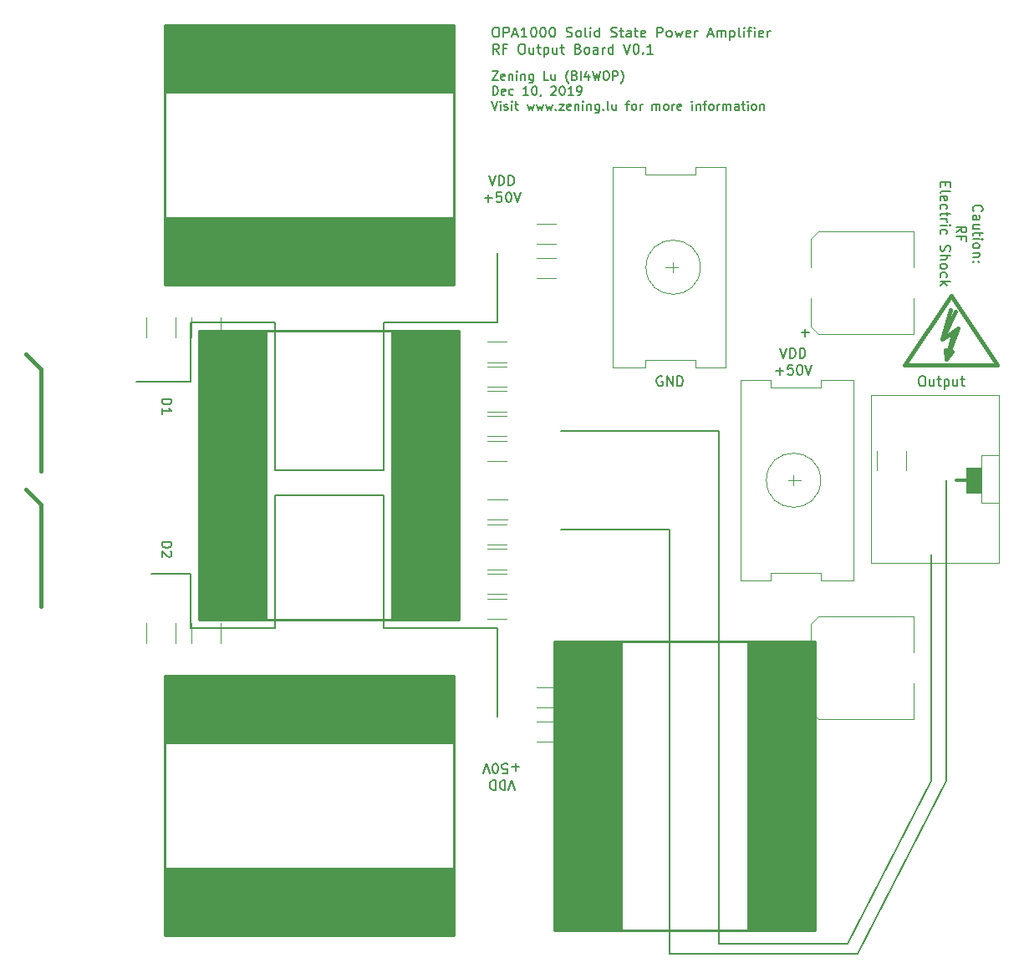
<source format=gbr>
%TF.GenerationSoftware,KiCad,Pcbnew,(5.1.4)-1*%
%TF.CreationDate,2019-12-10T14:49:21+08:00*%
%TF.ProjectId,RF_output,52465f6f-7574-4707-9574-2e6b69636164,rev?*%
%TF.SameCoordinates,Original*%
%TF.FileFunction,Legend,Top*%
%TF.FilePolarity,Positive*%
%FSLAX46Y46*%
G04 Gerber Fmt 4.6, Leading zero omitted, Abs format (unit mm)*
G04 Created by KiCad (PCBNEW (5.1.4)-1) date 2019-12-10 14:49:21*
%MOMM*%
%LPD*%
G04 APERTURE LIST*
%ADD10C,0.200000*%
%ADD11C,0.150000*%
%ADD12C,0.180000*%
%ADD13C,0.381000*%
%ADD14C,0.100000*%
%ADD15C,0.250000*%
%ADD16C,0.120000*%
%ADD17C,0.300000*%
G04 APERTURE END LIST*
D10*
X141976190Y-89452380D02*
X142166666Y-89452380D01*
X142261904Y-89500000D01*
X142357142Y-89595238D01*
X142404761Y-89785714D01*
X142404761Y-90119047D01*
X142357142Y-90309523D01*
X142261904Y-90404761D01*
X142166666Y-90452380D01*
X141976190Y-90452380D01*
X141880952Y-90404761D01*
X141785714Y-90309523D01*
X141738095Y-90119047D01*
X141738095Y-89785714D01*
X141785714Y-89595238D01*
X141880952Y-89500000D01*
X141976190Y-89452380D01*
X143261904Y-89785714D02*
X143261904Y-90452380D01*
X142833333Y-89785714D02*
X142833333Y-90309523D01*
X142880952Y-90404761D01*
X142976190Y-90452380D01*
X143119047Y-90452380D01*
X143214285Y-90404761D01*
X143261904Y-90357142D01*
X143595238Y-89785714D02*
X143976190Y-89785714D01*
X143738095Y-89452380D02*
X143738095Y-90309523D01*
X143785714Y-90404761D01*
X143880952Y-90452380D01*
X143976190Y-90452380D01*
X144309523Y-89785714D02*
X144309523Y-90785714D01*
X144309523Y-89833333D02*
X144404761Y-89785714D01*
X144595238Y-89785714D01*
X144690476Y-89833333D01*
X144738095Y-89880952D01*
X144785714Y-89976190D01*
X144785714Y-90261904D01*
X144738095Y-90357142D01*
X144690476Y-90404761D01*
X144595238Y-90452380D01*
X144404761Y-90452380D01*
X144309523Y-90404761D01*
X145642857Y-89785714D02*
X145642857Y-90452380D01*
X145214285Y-89785714D02*
X145214285Y-90309523D01*
X145261904Y-90404761D01*
X145357142Y-90452380D01*
X145500000Y-90452380D01*
X145595238Y-90404761D01*
X145642857Y-90357142D01*
X145976190Y-89785714D02*
X146357142Y-89785714D01*
X146119047Y-89452380D02*
X146119047Y-90309523D01*
X146166666Y-90404761D01*
X146261904Y-90452380D01*
X146357142Y-90452380D01*
D11*
X147292857Y-72738095D02*
X147245238Y-72690476D01*
X147197619Y-72547619D01*
X147197619Y-72452380D01*
X147245238Y-72309523D01*
X147340476Y-72214285D01*
X147435714Y-72166666D01*
X147626190Y-72119047D01*
X147769047Y-72119047D01*
X147959523Y-72166666D01*
X148054761Y-72214285D01*
X148150000Y-72309523D01*
X148197619Y-72452380D01*
X148197619Y-72547619D01*
X148150000Y-72690476D01*
X148102380Y-72738095D01*
X147197619Y-73595238D02*
X147721428Y-73595238D01*
X147816666Y-73547619D01*
X147864285Y-73452380D01*
X147864285Y-73261904D01*
X147816666Y-73166666D01*
X147245238Y-73595238D02*
X147197619Y-73500000D01*
X147197619Y-73261904D01*
X147245238Y-73166666D01*
X147340476Y-73119047D01*
X147435714Y-73119047D01*
X147530952Y-73166666D01*
X147578571Y-73261904D01*
X147578571Y-73500000D01*
X147626190Y-73595238D01*
X147864285Y-74500000D02*
X147197619Y-74500000D01*
X147864285Y-74071428D02*
X147340476Y-74071428D01*
X147245238Y-74119047D01*
X147197619Y-74214285D01*
X147197619Y-74357142D01*
X147245238Y-74452380D01*
X147292857Y-74500000D01*
X147864285Y-74833333D02*
X147864285Y-75214285D01*
X148197619Y-74976190D02*
X147340476Y-74976190D01*
X147245238Y-75023809D01*
X147197619Y-75119047D01*
X147197619Y-75214285D01*
X147197619Y-75547619D02*
X147864285Y-75547619D01*
X148197619Y-75547619D02*
X148150000Y-75500000D01*
X148102380Y-75547619D01*
X148150000Y-75595238D01*
X148197619Y-75547619D01*
X148102380Y-75547619D01*
X147197619Y-76166666D02*
X147245238Y-76071428D01*
X147292857Y-76023809D01*
X147388095Y-75976190D01*
X147673809Y-75976190D01*
X147769047Y-76023809D01*
X147816666Y-76071428D01*
X147864285Y-76166666D01*
X147864285Y-76309523D01*
X147816666Y-76404761D01*
X147769047Y-76452380D01*
X147673809Y-76500000D01*
X147388095Y-76500000D01*
X147292857Y-76452380D01*
X147245238Y-76404761D01*
X147197619Y-76309523D01*
X147197619Y-76166666D01*
X147864285Y-76928571D02*
X147197619Y-76928571D01*
X147769047Y-76928571D02*
X147816666Y-76976190D01*
X147864285Y-77071428D01*
X147864285Y-77214285D01*
X147816666Y-77309523D01*
X147721428Y-77357142D01*
X147197619Y-77357142D01*
X147292857Y-77833333D02*
X147245238Y-77880952D01*
X147197619Y-77833333D01*
X147245238Y-77785714D01*
X147292857Y-77833333D01*
X147197619Y-77833333D01*
X147816666Y-77833333D02*
X147769047Y-77880952D01*
X147721428Y-77833333D01*
X147769047Y-77785714D01*
X147816666Y-77833333D01*
X147721428Y-77833333D01*
X145547619Y-74880952D02*
X146023809Y-74547619D01*
X145547619Y-74309523D02*
X146547619Y-74309523D01*
X146547619Y-74690476D01*
X146500000Y-74785714D01*
X146452380Y-74833333D01*
X146357142Y-74880952D01*
X146214285Y-74880952D01*
X146119047Y-74833333D01*
X146071428Y-74785714D01*
X146023809Y-74690476D01*
X146023809Y-74309523D01*
X146071428Y-75642857D02*
X146071428Y-75309523D01*
X145547619Y-75309523D02*
X146547619Y-75309523D01*
X146547619Y-75785714D01*
X144421428Y-69809523D02*
X144421428Y-70142857D01*
X143897619Y-70285714D02*
X143897619Y-69809523D01*
X144897619Y-69809523D01*
X144897619Y-70285714D01*
X143897619Y-70857142D02*
X143945238Y-70761904D01*
X144040476Y-70714285D01*
X144897619Y-70714285D01*
X143945238Y-71619047D02*
X143897619Y-71523809D01*
X143897619Y-71333333D01*
X143945238Y-71238095D01*
X144040476Y-71190476D01*
X144421428Y-71190476D01*
X144516666Y-71238095D01*
X144564285Y-71333333D01*
X144564285Y-71523809D01*
X144516666Y-71619047D01*
X144421428Y-71666666D01*
X144326190Y-71666666D01*
X144230952Y-71190476D01*
X143945238Y-72523809D02*
X143897619Y-72428571D01*
X143897619Y-72238095D01*
X143945238Y-72142857D01*
X143992857Y-72095238D01*
X144088095Y-72047619D01*
X144373809Y-72047619D01*
X144469047Y-72095238D01*
X144516666Y-72142857D01*
X144564285Y-72238095D01*
X144564285Y-72428571D01*
X144516666Y-72523809D01*
X144564285Y-72809523D02*
X144564285Y-73190476D01*
X144897619Y-72952380D02*
X144040476Y-72952380D01*
X143945238Y-73000000D01*
X143897619Y-73095238D01*
X143897619Y-73190476D01*
X143897619Y-73523809D02*
X144564285Y-73523809D01*
X144373809Y-73523809D02*
X144469047Y-73571428D01*
X144516666Y-73619047D01*
X144564285Y-73714285D01*
X144564285Y-73809523D01*
X143897619Y-74142857D02*
X144564285Y-74142857D01*
X144897619Y-74142857D02*
X144850000Y-74095238D01*
X144802380Y-74142857D01*
X144850000Y-74190476D01*
X144897619Y-74142857D01*
X144802380Y-74142857D01*
X143945238Y-75047619D02*
X143897619Y-74952380D01*
X143897619Y-74761904D01*
X143945238Y-74666666D01*
X143992857Y-74619047D01*
X144088095Y-74571428D01*
X144373809Y-74571428D01*
X144469047Y-74619047D01*
X144516666Y-74666666D01*
X144564285Y-74761904D01*
X144564285Y-74952380D01*
X144516666Y-75047619D01*
X143945238Y-76190476D02*
X143897619Y-76333333D01*
X143897619Y-76571428D01*
X143945238Y-76666666D01*
X143992857Y-76714285D01*
X144088095Y-76761904D01*
X144183333Y-76761904D01*
X144278571Y-76714285D01*
X144326190Y-76666666D01*
X144373809Y-76571428D01*
X144421428Y-76380952D01*
X144469047Y-76285714D01*
X144516666Y-76238095D01*
X144611904Y-76190476D01*
X144707142Y-76190476D01*
X144802380Y-76238095D01*
X144850000Y-76285714D01*
X144897619Y-76380952D01*
X144897619Y-76619047D01*
X144850000Y-76761904D01*
X143897619Y-77190476D02*
X144897619Y-77190476D01*
X143897619Y-77619047D02*
X144421428Y-77619047D01*
X144516666Y-77571428D01*
X144564285Y-77476190D01*
X144564285Y-77333333D01*
X144516666Y-77238095D01*
X144469047Y-77190476D01*
X143897619Y-78238095D02*
X143945238Y-78142857D01*
X143992857Y-78095238D01*
X144088095Y-78047619D01*
X144373809Y-78047619D01*
X144469047Y-78095238D01*
X144516666Y-78142857D01*
X144564285Y-78238095D01*
X144564285Y-78380952D01*
X144516666Y-78476190D01*
X144469047Y-78523809D01*
X144373809Y-78571428D01*
X144088095Y-78571428D01*
X143992857Y-78523809D01*
X143945238Y-78476190D01*
X143897619Y-78380952D01*
X143897619Y-78238095D01*
X143945238Y-79428571D02*
X143897619Y-79333333D01*
X143897619Y-79142857D01*
X143945238Y-79047619D01*
X143992857Y-79000000D01*
X144088095Y-78952380D01*
X144373809Y-78952380D01*
X144469047Y-79000000D01*
X144516666Y-79047619D01*
X144564285Y-79142857D01*
X144564285Y-79333333D01*
X144516666Y-79428571D01*
X143897619Y-79857142D02*
X144897619Y-79857142D01*
X144278571Y-79952380D02*
X143897619Y-80238095D01*
X144564285Y-80238095D02*
X144183333Y-79857142D01*
D10*
X115738095Y-89500000D02*
X115642857Y-89452380D01*
X115500000Y-89452380D01*
X115357142Y-89500000D01*
X115261904Y-89595238D01*
X115214285Y-89690476D01*
X115166666Y-89880952D01*
X115166666Y-90023809D01*
X115214285Y-90214285D01*
X115261904Y-90309523D01*
X115357142Y-90404761D01*
X115500000Y-90452380D01*
X115595238Y-90452380D01*
X115738095Y-90404761D01*
X115785714Y-90357142D01*
X115785714Y-90023809D01*
X115595238Y-90023809D01*
X116214285Y-90452380D02*
X116214285Y-89452380D01*
X116785714Y-90452380D01*
X116785714Y-89452380D01*
X117261904Y-90452380D02*
X117261904Y-89452380D01*
X117500000Y-89452380D01*
X117642857Y-89500000D01*
X117738095Y-89595238D01*
X117785714Y-89690476D01*
X117833333Y-89880952D01*
X117833333Y-90023809D01*
X117785714Y-90214285D01*
X117738095Y-90309523D01*
X117642857Y-90404761D01*
X117500000Y-90452380D01*
X117261904Y-90452380D01*
X127666666Y-86602380D02*
X128000000Y-87602380D01*
X128333333Y-86602380D01*
X128666666Y-87602380D02*
X128666666Y-86602380D01*
X128904761Y-86602380D01*
X129047619Y-86650000D01*
X129142857Y-86745238D01*
X129190476Y-86840476D01*
X129238095Y-87030952D01*
X129238095Y-87173809D01*
X129190476Y-87364285D01*
X129142857Y-87459523D01*
X129047619Y-87554761D01*
X128904761Y-87602380D01*
X128666666Y-87602380D01*
X129666666Y-87602380D02*
X129666666Y-86602380D01*
X129904761Y-86602380D01*
X130047619Y-86650000D01*
X130142857Y-86745238D01*
X130190476Y-86840476D01*
X130238095Y-87030952D01*
X130238095Y-87173809D01*
X130190476Y-87364285D01*
X130142857Y-87459523D01*
X130047619Y-87554761D01*
X129904761Y-87602380D01*
X129666666Y-87602380D01*
X127238095Y-88921428D02*
X128000000Y-88921428D01*
X127619047Y-89302380D02*
X127619047Y-88540476D01*
X128952380Y-88302380D02*
X128476190Y-88302380D01*
X128428571Y-88778571D01*
X128476190Y-88730952D01*
X128571428Y-88683333D01*
X128809523Y-88683333D01*
X128904761Y-88730952D01*
X128952380Y-88778571D01*
X129000000Y-88873809D01*
X129000000Y-89111904D01*
X128952380Y-89207142D01*
X128904761Y-89254761D01*
X128809523Y-89302380D01*
X128571428Y-89302380D01*
X128476190Y-89254761D01*
X128428571Y-89207142D01*
X129619047Y-88302380D02*
X129714285Y-88302380D01*
X129809523Y-88350000D01*
X129857142Y-88397619D01*
X129904761Y-88492857D01*
X129952380Y-88683333D01*
X129952380Y-88921428D01*
X129904761Y-89111904D01*
X129857142Y-89207142D01*
X129809523Y-89254761D01*
X129714285Y-89302380D01*
X129619047Y-89302380D01*
X129523809Y-89254761D01*
X129476190Y-89207142D01*
X129428571Y-89111904D01*
X129380952Y-88921428D01*
X129380952Y-88683333D01*
X129428571Y-88492857D01*
X129476190Y-88397619D01*
X129523809Y-88350000D01*
X129619047Y-88302380D01*
X130238095Y-88302380D02*
X130571428Y-89302380D01*
X130904761Y-88302380D01*
D12*
X98489571Y-58527142D02*
X99089571Y-58527142D01*
X98489571Y-59427142D01*
X99089571Y-59427142D01*
X99775285Y-59384285D02*
X99689571Y-59427142D01*
X99518142Y-59427142D01*
X99432428Y-59384285D01*
X99389571Y-59298571D01*
X99389571Y-58955714D01*
X99432428Y-58870000D01*
X99518142Y-58827142D01*
X99689571Y-58827142D01*
X99775285Y-58870000D01*
X99818142Y-58955714D01*
X99818142Y-59041428D01*
X99389571Y-59127142D01*
X100203857Y-58827142D02*
X100203857Y-59427142D01*
X100203857Y-58912857D02*
X100246714Y-58870000D01*
X100332428Y-58827142D01*
X100461000Y-58827142D01*
X100546714Y-58870000D01*
X100589571Y-58955714D01*
X100589571Y-59427142D01*
X101018142Y-59427142D02*
X101018142Y-58827142D01*
X101018142Y-58527142D02*
X100975285Y-58570000D01*
X101018142Y-58612857D01*
X101061000Y-58570000D01*
X101018142Y-58527142D01*
X101018142Y-58612857D01*
X101446714Y-58827142D02*
X101446714Y-59427142D01*
X101446714Y-58912857D02*
X101489571Y-58870000D01*
X101575285Y-58827142D01*
X101703857Y-58827142D01*
X101789571Y-58870000D01*
X101832428Y-58955714D01*
X101832428Y-59427142D01*
X102646714Y-58827142D02*
X102646714Y-59555714D01*
X102603857Y-59641428D01*
X102561000Y-59684285D01*
X102475285Y-59727142D01*
X102346714Y-59727142D01*
X102261000Y-59684285D01*
X102646714Y-59384285D02*
X102561000Y-59427142D01*
X102389571Y-59427142D01*
X102303857Y-59384285D01*
X102261000Y-59341428D01*
X102218142Y-59255714D01*
X102218142Y-58998571D01*
X102261000Y-58912857D01*
X102303857Y-58870000D01*
X102389571Y-58827142D01*
X102561000Y-58827142D01*
X102646714Y-58870000D01*
X104189571Y-59427142D02*
X103761000Y-59427142D01*
X103761000Y-58527142D01*
X104875285Y-58827142D02*
X104875285Y-59427142D01*
X104489571Y-58827142D02*
X104489571Y-59298571D01*
X104532428Y-59384285D01*
X104618142Y-59427142D01*
X104746714Y-59427142D01*
X104832428Y-59384285D01*
X104875285Y-59341428D01*
X106246714Y-59770000D02*
X106203857Y-59727142D01*
X106118142Y-59598571D01*
X106075285Y-59512857D01*
X106032428Y-59384285D01*
X105989571Y-59170000D01*
X105989571Y-58998571D01*
X106032428Y-58784285D01*
X106075285Y-58655714D01*
X106118142Y-58570000D01*
X106203857Y-58441428D01*
X106246714Y-58398571D01*
X106889571Y-58955714D02*
X107018142Y-58998571D01*
X107061000Y-59041428D01*
X107103857Y-59127142D01*
X107103857Y-59255714D01*
X107061000Y-59341428D01*
X107018142Y-59384285D01*
X106932428Y-59427142D01*
X106589571Y-59427142D01*
X106589571Y-58527142D01*
X106889571Y-58527142D01*
X106975285Y-58570000D01*
X107018142Y-58612857D01*
X107061000Y-58698571D01*
X107061000Y-58784285D01*
X107018142Y-58870000D01*
X106975285Y-58912857D01*
X106889571Y-58955714D01*
X106589571Y-58955714D01*
X107489571Y-59427142D02*
X107489571Y-58527142D01*
X108303857Y-58827142D02*
X108303857Y-59427142D01*
X108089571Y-58484285D02*
X107875285Y-59127142D01*
X108432428Y-59127142D01*
X108689571Y-58527142D02*
X108903857Y-59427142D01*
X109075285Y-58784285D01*
X109246714Y-59427142D01*
X109461000Y-58527142D01*
X109975285Y-58527142D02*
X110146714Y-58527142D01*
X110232428Y-58570000D01*
X110318142Y-58655714D01*
X110361000Y-58827142D01*
X110361000Y-59127142D01*
X110318142Y-59298571D01*
X110232428Y-59384285D01*
X110146714Y-59427142D01*
X109975285Y-59427142D01*
X109889571Y-59384285D01*
X109803857Y-59298571D01*
X109761000Y-59127142D01*
X109761000Y-58827142D01*
X109803857Y-58655714D01*
X109889571Y-58570000D01*
X109975285Y-58527142D01*
X110746714Y-59427142D02*
X110746714Y-58527142D01*
X111089571Y-58527142D01*
X111175285Y-58570000D01*
X111218142Y-58612857D01*
X111261000Y-58698571D01*
X111261000Y-58827142D01*
X111218142Y-58912857D01*
X111175285Y-58955714D01*
X111089571Y-58998571D01*
X110746714Y-58998571D01*
X111561000Y-59770000D02*
X111603857Y-59727142D01*
X111689571Y-59598571D01*
X111732428Y-59512857D01*
X111775285Y-59384285D01*
X111818142Y-59170000D01*
X111818142Y-58998571D01*
X111775285Y-58784285D01*
X111732428Y-58655714D01*
X111689571Y-58570000D01*
X111603857Y-58441428D01*
X111561000Y-58398571D01*
X98575285Y-60957142D02*
X98575285Y-60057142D01*
X98789571Y-60057142D01*
X98918142Y-60100000D01*
X99003857Y-60185714D01*
X99046714Y-60271428D01*
X99089571Y-60442857D01*
X99089571Y-60571428D01*
X99046714Y-60742857D01*
X99003857Y-60828571D01*
X98918142Y-60914285D01*
X98789571Y-60957142D01*
X98575285Y-60957142D01*
X99818142Y-60914285D02*
X99732428Y-60957142D01*
X99561000Y-60957142D01*
X99475285Y-60914285D01*
X99432428Y-60828571D01*
X99432428Y-60485714D01*
X99475285Y-60400000D01*
X99561000Y-60357142D01*
X99732428Y-60357142D01*
X99818142Y-60400000D01*
X99861000Y-60485714D01*
X99861000Y-60571428D01*
X99432428Y-60657142D01*
X100632428Y-60914285D02*
X100546714Y-60957142D01*
X100375285Y-60957142D01*
X100289571Y-60914285D01*
X100246714Y-60871428D01*
X100203857Y-60785714D01*
X100203857Y-60528571D01*
X100246714Y-60442857D01*
X100289571Y-60400000D01*
X100375285Y-60357142D01*
X100546714Y-60357142D01*
X100632428Y-60400000D01*
X102175285Y-60957142D02*
X101661000Y-60957142D01*
X101918142Y-60957142D02*
X101918142Y-60057142D01*
X101832428Y-60185714D01*
X101746714Y-60271428D01*
X101661000Y-60314285D01*
X102732428Y-60057142D02*
X102818142Y-60057142D01*
X102903857Y-60100000D01*
X102946714Y-60142857D01*
X102989571Y-60228571D01*
X103032428Y-60400000D01*
X103032428Y-60614285D01*
X102989571Y-60785714D01*
X102946714Y-60871428D01*
X102903857Y-60914285D01*
X102818142Y-60957142D01*
X102732428Y-60957142D01*
X102646714Y-60914285D01*
X102603857Y-60871428D01*
X102561000Y-60785714D01*
X102518142Y-60614285D01*
X102518142Y-60400000D01*
X102561000Y-60228571D01*
X102603857Y-60142857D01*
X102646714Y-60100000D01*
X102732428Y-60057142D01*
X103461000Y-60914285D02*
X103461000Y-60957142D01*
X103418142Y-61042857D01*
X103375285Y-61085714D01*
X104489571Y-60142857D02*
X104532428Y-60100000D01*
X104618142Y-60057142D01*
X104832428Y-60057142D01*
X104918142Y-60100000D01*
X104961000Y-60142857D01*
X105003857Y-60228571D01*
X105003857Y-60314285D01*
X104961000Y-60442857D01*
X104446714Y-60957142D01*
X105003857Y-60957142D01*
X105561000Y-60057142D02*
X105646714Y-60057142D01*
X105732428Y-60100000D01*
X105775285Y-60142857D01*
X105818142Y-60228571D01*
X105861000Y-60400000D01*
X105861000Y-60614285D01*
X105818142Y-60785714D01*
X105775285Y-60871428D01*
X105732428Y-60914285D01*
X105646714Y-60957142D01*
X105561000Y-60957142D01*
X105475285Y-60914285D01*
X105432428Y-60871428D01*
X105389571Y-60785714D01*
X105346714Y-60614285D01*
X105346714Y-60400000D01*
X105389571Y-60228571D01*
X105432428Y-60142857D01*
X105475285Y-60100000D01*
X105561000Y-60057142D01*
X106718142Y-60957142D02*
X106203857Y-60957142D01*
X106461000Y-60957142D02*
X106461000Y-60057142D01*
X106375285Y-60185714D01*
X106289571Y-60271428D01*
X106203857Y-60314285D01*
X107146714Y-60957142D02*
X107318142Y-60957142D01*
X107403857Y-60914285D01*
X107446714Y-60871428D01*
X107532428Y-60742857D01*
X107575285Y-60571428D01*
X107575285Y-60228571D01*
X107532428Y-60142857D01*
X107489571Y-60100000D01*
X107403857Y-60057142D01*
X107232428Y-60057142D01*
X107146714Y-60100000D01*
X107103857Y-60142857D01*
X107061000Y-60228571D01*
X107061000Y-60442857D01*
X107103857Y-60528571D01*
X107146714Y-60571428D01*
X107232428Y-60614285D01*
X107403857Y-60614285D01*
X107489571Y-60571428D01*
X107532428Y-60528571D01*
X107575285Y-60442857D01*
X98446714Y-61587142D02*
X98746714Y-62487142D01*
X99046714Y-61587142D01*
X99346714Y-62487142D02*
X99346714Y-61887142D01*
X99346714Y-61587142D02*
X99303857Y-61630000D01*
X99346714Y-61672857D01*
X99389571Y-61630000D01*
X99346714Y-61587142D01*
X99346714Y-61672857D01*
X99732428Y-62444285D02*
X99818142Y-62487142D01*
X99989571Y-62487142D01*
X100075285Y-62444285D01*
X100118142Y-62358571D01*
X100118142Y-62315714D01*
X100075285Y-62230000D01*
X99989571Y-62187142D01*
X99861000Y-62187142D01*
X99775285Y-62144285D01*
X99732428Y-62058571D01*
X99732428Y-62015714D01*
X99775285Y-61930000D01*
X99861000Y-61887142D01*
X99989571Y-61887142D01*
X100075285Y-61930000D01*
X100503857Y-62487142D02*
X100503857Y-61887142D01*
X100503857Y-61587142D02*
X100461000Y-61630000D01*
X100503857Y-61672857D01*
X100546714Y-61630000D01*
X100503857Y-61587142D01*
X100503857Y-61672857D01*
X100803857Y-61887142D02*
X101146714Y-61887142D01*
X100932428Y-61587142D02*
X100932428Y-62358571D01*
X100975285Y-62444285D01*
X101061000Y-62487142D01*
X101146714Y-62487142D01*
X102046714Y-61887142D02*
X102218142Y-62487142D01*
X102389571Y-62058571D01*
X102561000Y-62487142D01*
X102732428Y-61887142D01*
X102989571Y-61887142D02*
X103161000Y-62487142D01*
X103332428Y-62058571D01*
X103503857Y-62487142D01*
X103675285Y-61887142D01*
X103932428Y-61887142D02*
X104103857Y-62487142D01*
X104275285Y-62058571D01*
X104446714Y-62487142D01*
X104618142Y-61887142D01*
X104961000Y-62401428D02*
X105003857Y-62444285D01*
X104961000Y-62487142D01*
X104918142Y-62444285D01*
X104961000Y-62401428D01*
X104961000Y-62487142D01*
X105303857Y-61887142D02*
X105775285Y-61887142D01*
X105303857Y-62487142D01*
X105775285Y-62487142D01*
X106461000Y-62444285D02*
X106375285Y-62487142D01*
X106203857Y-62487142D01*
X106118142Y-62444285D01*
X106075285Y-62358571D01*
X106075285Y-62015714D01*
X106118142Y-61930000D01*
X106203857Y-61887142D01*
X106375285Y-61887142D01*
X106461000Y-61930000D01*
X106503857Y-62015714D01*
X106503857Y-62101428D01*
X106075285Y-62187142D01*
X106889571Y-61887142D02*
X106889571Y-62487142D01*
X106889571Y-61972857D02*
X106932428Y-61930000D01*
X107018142Y-61887142D01*
X107146714Y-61887142D01*
X107232428Y-61930000D01*
X107275285Y-62015714D01*
X107275285Y-62487142D01*
X107703857Y-62487142D02*
X107703857Y-61887142D01*
X107703857Y-61587142D02*
X107661000Y-61630000D01*
X107703857Y-61672857D01*
X107746714Y-61630000D01*
X107703857Y-61587142D01*
X107703857Y-61672857D01*
X108132428Y-61887142D02*
X108132428Y-62487142D01*
X108132428Y-61972857D02*
X108175285Y-61930000D01*
X108261000Y-61887142D01*
X108389571Y-61887142D01*
X108475285Y-61930000D01*
X108518142Y-62015714D01*
X108518142Y-62487142D01*
X109332428Y-61887142D02*
X109332428Y-62615714D01*
X109289571Y-62701428D01*
X109246714Y-62744285D01*
X109161000Y-62787142D01*
X109032428Y-62787142D01*
X108946714Y-62744285D01*
X109332428Y-62444285D02*
X109246714Y-62487142D01*
X109075285Y-62487142D01*
X108989571Y-62444285D01*
X108946714Y-62401428D01*
X108903857Y-62315714D01*
X108903857Y-62058571D01*
X108946714Y-61972857D01*
X108989571Y-61930000D01*
X109075285Y-61887142D01*
X109246714Y-61887142D01*
X109332428Y-61930000D01*
X109761000Y-62401428D02*
X109803857Y-62444285D01*
X109761000Y-62487142D01*
X109718142Y-62444285D01*
X109761000Y-62401428D01*
X109761000Y-62487142D01*
X110318142Y-62487142D02*
X110232428Y-62444285D01*
X110189571Y-62358571D01*
X110189571Y-61587142D01*
X111046714Y-61887142D02*
X111046714Y-62487142D01*
X110661000Y-61887142D02*
X110661000Y-62358571D01*
X110703857Y-62444285D01*
X110789571Y-62487142D01*
X110918142Y-62487142D01*
X111003857Y-62444285D01*
X111046714Y-62401428D01*
X112032428Y-61887142D02*
X112375285Y-61887142D01*
X112161000Y-62487142D02*
X112161000Y-61715714D01*
X112203857Y-61630000D01*
X112289571Y-61587142D01*
X112375285Y-61587142D01*
X112803857Y-62487142D02*
X112718142Y-62444285D01*
X112675285Y-62401428D01*
X112632428Y-62315714D01*
X112632428Y-62058571D01*
X112675285Y-61972857D01*
X112718142Y-61930000D01*
X112803857Y-61887142D01*
X112932428Y-61887142D01*
X113018142Y-61930000D01*
X113061000Y-61972857D01*
X113103857Y-62058571D01*
X113103857Y-62315714D01*
X113061000Y-62401428D01*
X113018142Y-62444285D01*
X112932428Y-62487142D01*
X112803857Y-62487142D01*
X113489571Y-62487142D02*
X113489571Y-61887142D01*
X113489571Y-62058571D02*
X113532428Y-61972857D01*
X113575285Y-61930000D01*
X113661000Y-61887142D01*
X113746714Y-61887142D01*
X114732428Y-62487142D02*
X114732428Y-61887142D01*
X114732428Y-61972857D02*
X114775285Y-61930000D01*
X114861000Y-61887142D01*
X114989571Y-61887142D01*
X115075285Y-61930000D01*
X115118142Y-62015714D01*
X115118142Y-62487142D01*
X115118142Y-62015714D02*
X115161000Y-61930000D01*
X115246714Y-61887142D01*
X115375285Y-61887142D01*
X115461000Y-61930000D01*
X115503857Y-62015714D01*
X115503857Y-62487142D01*
X116061000Y-62487142D02*
X115975285Y-62444285D01*
X115932428Y-62401428D01*
X115889571Y-62315714D01*
X115889571Y-62058571D01*
X115932428Y-61972857D01*
X115975285Y-61930000D01*
X116061000Y-61887142D01*
X116189571Y-61887142D01*
X116275285Y-61930000D01*
X116318142Y-61972857D01*
X116361000Y-62058571D01*
X116361000Y-62315714D01*
X116318142Y-62401428D01*
X116275285Y-62444285D01*
X116189571Y-62487142D01*
X116061000Y-62487142D01*
X116746714Y-62487142D02*
X116746714Y-61887142D01*
X116746714Y-62058571D02*
X116789571Y-61972857D01*
X116832428Y-61930000D01*
X116918142Y-61887142D01*
X117003857Y-61887142D01*
X117646714Y-62444285D02*
X117561000Y-62487142D01*
X117389571Y-62487142D01*
X117303857Y-62444285D01*
X117261000Y-62358571D01*
X117261000Y-62015714D01*
X117303857Y-61930000D01*
X117389571Y-61887142D01*
X117561000Y-61887142D01*
X117646714Y-61930000D01*
X117689571Y-62015714D01*
X117689571Y-62101428D01*
X117261000Y-62187142D01*
X118761000Y-62487142D02*
X118761000Y-61887142D01*
X118761000Y-61587142D02*
X118718142Y-61630000D01*
X118761000Y-61672857D01*
X118803857Y-61630000D01*
X118761000Y-61587142D01*
X118761000Y-61672857D01*
X119189571Y-61887142D02*
X119189571Y-62487142D01*
X119189571Y-61972857D02*
X119232428Y-61930000D01*
X119318142Y-61887142D01*
X119446714Y-61887142D01*
X119532428Y-61930000D01*
X119575285Y-62015714D01*
X119575285Y-62487142D01*
X119875285Y-61887142D02*
X120218142Y-61887142D01*
X120003857Y-62487142D02*
X120003857Y-61715714D01*
X120046714Y-61630000D01*
X120132428Y-61587142D01*
X120218142Y-61587142D01*
X120646714Y-62487142D02*
X120561000Y-62444285D01*
X120518142Y-62401428D01*
X120475285Y-62315714D01*
X120475285Y-62058571D01*
X120518142Y-61972857D01*
X120561000Y-61930000D01*
X120646714Y-61887142D01*
X120775285Y-61887142D01*
X120861000Y-61930000D01*
X120903857Y-61972857D01*
X120946714Y-62058571D01*
X120946714Y-62315714D01*
X120903857Y-62401428D01*
X120861000Y-62444285D01*
X120775285Y-62487142D01*
X120646714Y-62487142D01*
X121332428Y-62487142D02*
X121332428Y-61887142D01*
X121332428Y-62058571D02*
X121375285Y-61972857D01*
X121418142Y-61930000D01*
X121503857Y-61887142D01*
X121589571Y-61887142D01*
X121889571Y-62487142D02*
X121889571Y-61887142D01*
X121889571Y-61972857D02*
X121932428Y-61930000D01*
X122018142Y-61887142D01*
X122146714Y-61887142D01*
X122232428Y-61930000D01*
X122275285Y-62015714D01*
X122275285Y-62487142D01*
X122275285Y-62015714D02*
X122318142Y-61930000D01*
X122403857Y-61887142D01*
X122532428Y-61887142D01*
X122618142Y-61930000D01*
X122661000Y-62015714D01*
X122661000Y-62487142D01*
X123475285Y-62487142D02*
X123475285Y-62015714D01*
X123432428Y-61930000D01*
X123346714Y-61887142D01*
X123175285Y-61887142D01*
X123089571Y-61930000D01*
X123475285Y-62444285D02*
X123389571Y-62487142D01*
X123175285Y-62487142D01*
X123089571Y-62444285D01*
X123046714Y-62358571D01*
X123046714Y-62272857D01*
X123089571Y-62187142D01*
X123175285Y-62144285D01*
X123389571Y-62144285D01*
X123475285Y-62101428D01*
X123775285Y-61887142D02*
X124118142Y-61887142D01*
X123903857Y-61587142D02*
X123903857Y-62358571D01*
X123946714Y-62444285D01*
X124032428Y-62487142D01*
X124118142Y-62487142D01*
X124418142Y-62487142D02*
X124418142Y-61887142D01*
X124418142Y-61587142D02*
X124375285Y-61630000D01*
X124418142Y-61672857D01*
X124461000Y-61630000D01*
X124418142Y-61587142D01*
X124418142Y-61672857D01*
X124975285Y-62487142D02*
X124889571Y-62444285D01*
X124846714Y-62401428D01*
X124803857Y-62315714D01*
X124803857Y-62058571D01*
X124846714Y-61972857D01*
X124889571Y-61930000D01*
X124975285Y-61887142D01*
X125103857Y-61887142D01*
X125189571Y-61930000D01*
X125232428Y-61972857D01*
X125275285Y-62058571D01*
X125275285Y-62315714D01*
X125232428Y-62401428D01*
X125189571Y-62444285D01*
X125103857Y-62487142D01*
X124975285Y-62487142D01*
X125661000Y-61887142D02*
X125661000Y-62487142D01*
X125661000Y-61972857D02*
X125703857Y-61930000D01*
X125789571Y-61887142D01*
X125918142Y-61887142D01*
X126003857Y-61930000D01*
X126046714Y-62015714D01*
X126046714Y-62487142D01*
D10*
X98802571Y-54080380D02*
X98993047Y-54080380D01*
X99088285Y-54128000D01*
X99183523Y-54223238D01*
X99231142Y-54413714D01*
X99231142Y-54747047D01*
X99183523Y-54937523D01*
X99088285Y-55032761D01*
X98993047Y-55080380D01*
X98802571Y-55080380D01*
X98707333Y-55032761D01*
X98612095Y-54937523D01*
X98564476Y-54747047D01*
X98564476Y-54413714D01*
X98612095Y-54223238D01*
X98707333Y-54128000D01*
X98802571Y-54080380D01*
X99659714Y-55080380D02*
X99659714Y-54080380D01*
X100040666Y-54080380D01*
X100135904Y-54128000D01*
X100183523Y-54175619D01*
X100231142Y-54270857D01*
X100231142Y-54413714D01*
X100183523Y-54508952D01*
X100135904Y-54556571D01*
X100040666Y-54604190D01*
X99659714Y-54604190D01*
X100612095Y-54794666D02*
X101088285Y-54794666D01*
X100516857Y-55080380D02*
X100850190Y-54080380D01*
X101183523Y-55080380D01*
X102040666Y-55080380D02*
X101469238Y-55080380D01*
X101754952Y-55080380D02*
X101754952Y-54080380D01*
X101659714Y-54223238D01*
X101564476Y-54318476D01*
X101469238Y-54366095D01*
X102659714Y-54080380D02*
X102754952Y-54080380D01*
X102850190Y-54128000D01*
X102897809Y-54175619D01*
X102945428Y-54270857D01*
X102993047Y-54461333D01*
X102993047Y-54699428D01*
X102945428Y-54889904D01*
X102897809Y-54985142D01*
X102850190Y-55032761D01*
X102754952Y-55080380D01*
X102659714Y-55080380D01*
X102564476Y-55032761D01*
X102516857Y-54985142D01*
X102469238Y-54889904D01*
X102421619Y-54699428D01*
X102421619Y-54461333D01*
X102469238Y-54270857D01*
X102516857Y-54175619D01*
X102564476Y-54128000D01*
X102659714Y-54080380D01*
X103612095Y-54080380D02*
X103707333Y-54080380D01*
X103802571Y-54128000D01*
X103850190Y-54175619D01*
X103897809Y-54270857D01*
X103945428Y-54461333D01*
X103945428Y-54699428D01*
X103897809Y-54889904D01*
X103850190Y-54985142D01*
X103802571Y-55032761D01*
X103707333Y-55080380D01*
X103612095Y-55080380D01*
X103516857Y-55032761D01*
X103469238Y-54985142D01*
X103421619Y-54889904D01*
X103374000Y-54699428D01*
X103374000Y-54461333D01*
X103421619Y-54270857D01*
X103469238Y-54175619D01*
X103516857Y-54128000D01*
X103612095Y-54080380D01*
X104564476Y-54080380D02*
X104659714Y-54080380D01*
X104754952Y-54128000D01*
X104802571Y-54175619D01*
X104850190Y-54270857D01*
X104897809Y-54461333D01*
X104897809Y-54699428D01*
X104850190Y-54889904D01*
X104802571Y-54985142D01*
X104754952Y-55032761D01*
X104659714Y-55080380D01*
X104564476Y-55080380D01*
X104469238Y-55032761D01*
X104421619Y-54985142D01*
X104374000Y-54889904D01*
X104326380Y-54699428D01*
X104326380Y-54461333D01*
X104374000Y-54270857D01*
X104421619Y-54175619D01*
X104469238Y-54128000D01*
X104564476Y-54080380D01*
X106040666Y-55032761D02*
X106183523Y-55080380D01*
X106421619Y-55080380D01*
X106516857Y-55032761D01*
X106564476Y-54985142D01*
X106612095Y-54889904D01*
X106612095Y-54794666D01*
X106564476Y-54699428D01*
X106516857Y-54651809D01*
X106421619Y-54604190D01*
X106231142Y-54556571D01*
X106135904Y-54508952D01*
X106088285Y-54461333D01*
X106040666Y-54366095D01*
X106040666Y-54270857D01*
X106088285Y-54175619D01*
X106135904Y-54128000D01*
X106231142Y-54080380D01*
X106469238Y-54080380D01*
X106612095Y-54128000D01*
X107183523Y-55080380D02*
X107088285Y-55032761D01*
X107040666Y-54985142D01*
X106993047Y-54889904D01*
X106993047Y-54604190D01*
X107040666Y-54508952D01*
X107088285Y-54461333D01*
X107183523Y-54413714D01*
X107326380Y-54413714D01*
X107421619Y-54461333D01*
X107469238Y-54508952D01*
X107516857Y-54604190D01*
X107516857Y-54889904D01*
X107469238Y-54985142D01*
X107421619Y-55032761D01*
X107326380Y-55080380D01*
X107183523Y-55080380D01*
X108088285Y-55080380D02*
X107993047Y-55032761D01*
X107945428Y-54937523D01*
X107945428Y-54080380D01*
X108469238Y-55080380D02*
X108469238Y-54413714D01*
X108469238Y-54080380D02*
X108421619Y-54128000D01*
X108469238Y-54175619D01*
X108516857Y-54128000D01*
X108469238Y-54080380D01*
X108469238Y-54175619D01*
X109374000Y-55080380D02*
X109374000Y-54080380D01*
X109374000Y-55032761D02*
X109278761Y-55080380D01*
X109088285Y-55080380D01*
X108993047Y-55032761D01*
X108945428Y-54985142D01*
X108897809Y-54889904D01*
X108897809Y-54604190D01*
X108945428Y-54508952D01*
X108993047Y-54461333D01*
X109088285Y-54413714D01*
X109278761Y-54413714D01*
X109374000Y-54461333D01*
X110564476Y-55032761D02*
X110707333Y-55080380D01*
X110945428Y-55080380D01*
X111040666Y-55032761D01*
X111088285Y-54985142D01*
X111135904Y-54889904D01*
X111135904Y-54794666D01*
X111088285Y-54699428D01*
X111040666Y-54651809D01*
X110945428Y-54604190D01*
X110754952Y-54556571D01*
X110659714Y-54508952D01*
X110612095Y-54461333D01*
X110564476Y-54366095D01*
X110564476Y-54270857D01*
X110612095Y-54175619D01*
X110659714Y-54128000D01*
X110754952Y-54080380D01*
X110993047Y-54080380D01*
X111135904Y-54128000D01*
X111421619Y-54413714D02*
X111802571Y-54413714D01*
X111564476Y-54080380D02*
X111564476Y-54937523D01*
X111612095Y-55032761D01*
X111707333Y-55080380D01*
X111802571Y-55080380D01*
X112564476Y-55080380D02*
X112564476Y-54556571D01*
X112516857Y-54461333D01*
X112421619Y-54413714D01*
X112231142Y-54413714D01*
X112135904Y-54461333D01*
X112564476Y-55032761D02*
X112469238Y-55080380D01*
X112231142Y-55080380D01*
X112135904Y-55032761D01*
X112088285Y-54937523D01*
X112088285Y-54842285D01*
X112135904Y-54747047D01*
X112231142Y-54699428D01*
X112469238Y-54699428D01*
X112564476Y-54651809D01*
X112897809Y-54413714D02*
X113278761Y-54413714D01*
X113040666Y-54080380D02*
X113040666Y-54937523D01*
X113088285Y-55032761D01*
X113183523Y-55080380D01*
X113278761Y-55080380D01*
X113993047Y-55032761D02*
X113897809Y-55080380D01*
X113707333Y-55080380D01*
X113612095Y-55032761D01*
X113564476Y-54937523D01*
X113564476Y-54556571D01*
X113612095Y-54461333D01*
X113707333Y-54413714D01*
X113897809Y-54413714D01*
X113993047Y-54461333D01*
X114040666Y-54556571D01*
X114040666Y-54651809D01*
X113564476Y-54747047D01*
X115231142Y-55080380D02*
X115231142Y-54080380D01*
X115612095Y-54080380D01*
X115707333Y-54128000D01*
X115754952Y-54175619D01*
X115802571Y-54270857D01*
X115802571Y-54413714D01*
X115754952Y-54508952D01*
X115707333Y-54556571D01*
X115612095Y-54604190D01*
X115231142Y-54604190D01*
X116374000Y-55080380D02*
X116278761Y-55032761D01*
X116231142Y-54985142D01*
X116183523Y-54889904D01*
X116183523Y-54604190D01*
X116231142Y-54508952D01*
X116278761Y-54461333D01*
X116374000Y-54413714D01*
X116516857Y-54413714D01*
X116612095Y-54461333D01*
X116659714Y-54508952D01*
X116707333Y-54604190D01*
X116707333Y-54889904D01*
X116659714Y-54985142D01*
X116612095Y-55032761D01*
X116516857Y-55080380D01*
X116374000Y-55080380D01*
X117040666Y-54413714D02*
X117231142Y-55080380D01*
X117421619Y-54604190D01*
X117612095Y-55080380D01*
X117802571Y-54413714D01*
X118564476Y-55032761D02*
X118469238Y-55080380D01*
X118278761Y-55080380D01*
X118183523Y-55032761D01*
X118135904Y-54937523D01*
X118135904Y-54556571D01*
X118183523Y-54461333D01*
X118278761Y-54413714D01*
X118469238Y-54413714D01*
X118564476Y-54461333D01*
X118612095Y-54556571D01*
X118612095Y-54651809D01*
X118135904Y-54747047D01*
X119040666Y-55080380D02*
X119040666Y-54413714D01*
X119040666Y-54604190D02*
X119088285Y-54508952D01*
X119135904Y-54461333D01*
X119231142Y-54413714D01*
X119326380Y-54413714D01*
X120374000Y-54794666D02*
X120850190Y-54794666D01*
X120278761Y-55080380D02*
X120612095Y-54080380D01*
X120945428Y-55080380D01*
X121278761Y-55080380D02*
X121278761Y-54413714D01*
X121278761Y-54508952D02*
X121326380Y-54461333D01*
X121421619Y-54413714D01*
X121564476Y-54413714D01*
X121659714Y-54461333D01*
X121707333Y-54556571D01*
X121707333Y-55080380D01*
X121707333Y-54556571D02*
X121754952Y-54461333D01*
X121850190Y-54413714D01*
X121993047Y-54413714D01*
X122088285Y-54461333D01*
X122135904Y-54556571D01*
X122135904Y-55080380D01*
X122612095Y-54413714D02*
X122612095Y-55413714D01*
X122612095Y-54461333D02*
X122707333Y-54413714D01*
X122897809Y-54413714D01*
X122993047Y-54461333D01*
X123040666Y-54508952D01*
X123088285Y-54604190D01*
X123088285Y-54889904D01*
X123040666Y-54985142D01*
X122993047Y-55032761D01*
X122897809Y-55080380D01*
X122707333Y-55080380D01*
X122612095Y-55032761D01*
X123659714Y-55080380D02*
X123564476Y-55032761D01*
X123516857Y-54937523D01*
X123516857Y-54080380D01*
X124040666Y-55080380D02*
X124040666Y-54413714D01*
X124040666Y-54080380D02*
X123993047Y-54128000D01*
X124040666Y-54175619D01*
X124088285Y-54128000D01*
X124040666Y-54080380D01*
X124040666Y-54175619D01*
X124374000Y-54413714D02*
X124754952Y-54413714D01*
X124516857Y-55080380D02*
X124516857Y-54223238D01*
X124564476Y-54128000D01*
X124659714Y-54080380D01*
X124754952Y-54080380D01*
X125088285Y-55080380D02*
X125088285Y-54413714D01*
X125088285Y-54080380D02*
X125040666Y-54128000D01*
X125088285Y-54175619D01*
X125135904Y-54128000D01*
X125088285Y-54080380D01*
X125088285Y-54175619D01*
X125945428Y-55032761D02*
X125850190Y-55080380D01*
X125659714Y-55080380D01*
X125564476Y-55032761D01*
X125516857Y-54937523D01*
X125516857Y-54556571D01*
X125564476Y-54461333D01*
X125659714Y-54413714D01*
X125850190Y-54413714D01*
X125945428Y-54461333D01*
X125993047Y-54556571D01*
X125993047Y-54651809D01*
X125516857Y-54747047D01*
X126421619Y-55080380D02*
X126421619Y-54413714D01*
X126421619Y-54604190D02*
X126469238Y-54508952D01*
X126516857Y-54461333D01*
X126612095Y-54413714D01*
X126707333Y-54413714D01*
X99183523Y-56780380D02*
X98850190Y-56304190D01*
X98612095Y-56780380D02*
X98612095Y-55780380D01*
X98993047Y-55780380D01*
X99088285Y-55828000D01*
X99135904Y-55875619D01*
X99183523Y-55970857D01*
X99183523Y-56113714D01*
X99135904Y-56208952D01*
X99088285Y-56256571D01*
X98993047Y-56304190D01*
X98612095Y-56304190D01*
X99945428Y-56256571D02*
X99612095Y-56256571D01*
X99612095Y-56780380D02*
X99612095Y-55780380D01*
X100088285Y-55780380D01*
X101421619Y-55780380D02*
X101612095Y-55780380D01*
X101707333Y-55828000D01*
X101802571Y-55923238D01*
X101850190Y-56113714D01*
X101850190Y-56447047D01*
X101802571Y-56637523D01*
X101707333Y-56732761D01*
X101612095Y-56780380D01*
X101421619Y-56780380D01*
X101326380Y-56732761D01*
X101231142Y-56637523D01*
X101183523Y-56447047D01*
X101183523Y-56113714D01*
X101231142Y-55923238D01*
X101326380Y-55828000D01*
X101421619Y-55780380D01*
X102707333Y-56113714D02*
X102707333Y-56780380D01*
X102278761Y-56113714D02*
X102278761Y-56637523D01*
X102326380Y-56732761D01*
X102421619Y-56780380D01*
X102564476Y-56780380D01*
X102659714Y-56732761D01*
X102707333Y-56685142D01*
X103040666Y-56113714D02*
X103421619Y-56113714D01*
X103183523Y-55780380D02*
X103183523Y-56637523D01*
X103231142Y-56732761D01*
X103326380Y-56780380D01*
X103421619Y-56780380D01*
X103754952Y-56113714D02*
X103754952Y-57113714D01*
X103754952Y-56161333D02*
X103850190Y-56113714D01*
X104040666Y-56113714D01*
X104135904Y-56161333D01*
X104183523Y-56208952D01*
X104231142Y-56304190D01*
X104231142Y-56589904D01*
X104183523Y-56685142D01*
X104135904Y-56732761D01*
X104040666Y-56780380D01*
X103850190Y-56780380D01*
X103754952Y-56732761D01*
X105088285Y-56113714D02*
X105088285Y-56780380D01*
X104659714Y-56113714D02*
X104659714Y-56637523D01*
X104707333Y-56732761D01*
X104802571Y-56780380D01*
X104945428Y-56780380D01*
X105040666Y-56732761D01*
X105088285Y-56685142D01*
X105421619Y-56113714D02*
X105802571Y-56113714D01*
X105564476Y-55780380D02*
X105564476Y-56637523D01*
X105612095Y-56732761D01*
X105707333Y-56780380D01*
X105802571Y-56780380D01*
X107231142Y-56256571D02*
X107374000Y-56304190D01*
X107421619Y-56351809D01*
X107469238Y-56447047D01*
X107469238Y-56589904D01*
X107421619Y-56685142D01*
X107374000Y-56732761D01*
X107278761Y-56780380D01*
X106897809Y-56780380D01*
X106897809Y-55780380D01*
X107231142Y-55780380D01*
X107326380Y-55828000D01*
X107374000Y-55875619D01*
X107421619Y-55970857D01*
X107421619Y-56066095D01*
X107374000Y-56161333D01*
X107326380Y-56208952D01*
X107231142Y-56256571D01*
X106897809Y-56256571D01*
X108040666Y-56780380D02*
X107945428Y-56732761D01*
X107897809Y-56685142D01*
X107850190Y-56589904D01*
X107850190Y-56304190D01*
X107897809Y-56208952D01*
X107945428Y-56161333D01*
X108040666Y-56113714D01*
X108183523Y-56113714D01*
X108278761Y-56161333D01*
X108326380Y-56208952D01*
X108374000Y-56304190D01*
X108374000Y-56589904D01*
X108326380Y-56685142D01*
X108278761Y-56732761D01*
X108183523Y-56780380D01*
X108040666Y-56780380D01*
X109231142Y-56780380D02*
X109231142Y-56256571D01*
X109183523Y-56161333D01*
X109088285Y-56113714D01*
X108897809Y-56113714D01*
X108802571Y-56161333D01*
X109231142Y-56732761D02*
X109135904Y-56780380D01*
X108897809Y-56780380D01*
X108802571Y-56732761D01*
X108754952Y-56637523D01*
X108754952Y-56542285D01*
X108802571Y-56447047D01*
X108897809Y-56399428D01*
X109135904Y-56399428D01*
X109231142Y-56351809D01*
X109707333Y-56780380D02*
X109707333Y-56113714D01*
X109707333Y-56304190D02*
X109754952Y-56208952D01*
X109802571Y-56161333D01*
X109897809Y-56113714D01*
X109993047Y-56113714D01*
X110754952Y-56780380D02*
X110754952Y-55780380D01*
X110754952Y-56732761D02*
X110659714Y-56780380D01*
X110469238Y-56780380D01*
X110374000Y-56732761D01*
X110326380Y-56685142D01*
X110278761Y-56589904D01*
X110278761Y-56304190D01*
X110326380Y-56208952D01*
X110374000Y-56161333D01*
X110469238Y-56113714D01*
X110659714Y-56113714D01*
X110754952Y-56161333D01*
X111850190Y-55780380D02*
X112183523Y-56780380D01*
X112516857Y-55780380D01*
X113040666Y-55780380D02*
X113135904Y-55780380D01*
X113231142Y-55828000D01*
X113278761Y-55875619D01*
X113326380Y-55970857D01*
X113374000Y-56161333D01*
X113374000Y-56399428D01*
X113326380Y-56589904D01*
X113278761Y-56685142D01*
X113231142Y-56732761D01*
X113135904Y-56780380D01*
X113040666Y-56780380D01*
X112945428Y-56732761D01*
X112897809Y-56685142D01*
X112850190Y-56589904D01*
X112802571Y-56399428D01*
X112802571Y-56161333D01*
X112850190Y-55970857D01*
X112897809Y-55875619D01*
X112945428Y-55828000D01*
X113040666Y-55780380D01*
X113802571Y-56685142D02*
X113850190Y-56732761D01*
X113802571Y-56780380D01*
X113754952Y-56732761D01*
X113802571Y-56685142D01*
X113802571Y-56780380D01*
X114802571Y-56780380D02*
X114231142Y-56780380D01*
X114516857Y-56780380D02*
X114516857Y-55780380D01*
X114421619Y-55923238D01*
X114326380Y-56018476D01*
X114231142Y-56066095D01*
X144500000Y-130500000D02*
X144500000Y-100000000D01*
X135500000Y-148000000D02*
X144500000Y-130500000D01*
X116500000Y-148000000D02*
X135500000Y-148000000D01*
X116500000Y-147000000D02*
X116500000Y-148000000D01*
X143000000Y-130500000D02*
X143000000Y-107500000D01*
X134500000Y-147000000D02*
X143000000Y-130500000D01*
X121500000Y-147000000D02*
X134500000Y-147000000D01*
X116500000Y-105000000D02*
X116500000Y-147000000D01*
X105500000Y-105000000D02*
X116500000Y-105000000D01*
X121500000Y-95000000D02*
X121500000Y-147000000D01*
X105500000Y-95000000D02*
X121500000Y-95000000D01*
X68000000Y-90000000D02*
X62500000Y-90000000D01*
X68000000Y-84000000D02*
X68000000Y-90000000D01*
X76500000Y-84000000D02*
X68000000Y-84000000D01*
X76500000Y-99000000D02*
X76500000Y-84000000D01*
X87500000Y-99000000D02*
X76500000Y-99000000D01*
X87500000Y-84000000D02*
X87500000Y-99000000D01*
X99000000Y-84000000D02*
X99000000Y-77000000D01*
X87500000Y-84000000D02*
X99000000Y-84000000D01*
X68000000Y-109500000D02*
X64000000Y-109500000D01*
X68000000Y-115000000D02*
X68000000Y-109500000D01*
X76500000Y-115000000D02*
X68000000Y-115000000D01*
X76500000Y-101500000D02*
X76500000Y-115000000D01*
X87500000Y-101500000D02*
X76500000Y-101500000D01*
X87500000Y-115000000D02*
X87500000Y-101500000D01*
X99000000Y-115000000D02*
X87500000Y-115000000D01*
X99000000Y-124000000D02*
X99000000Y-115000000D01*
X65047619Y-91761904D02*
X66047619Y-91761904D01*
X66047619Y-92000000D01*
X66000000Y-92142857D01*
X65904761Y-92238095D01*
X65809523Y-92285714D01*
X65619047Y-92333333D01*
X65476190Y-92333333D01*
X65285714Y-92285714D01*
X65190476Y-92238095D01*
X65095238Y-92142857D01*
X65047619Y-92000000D01*
X65047619Y-91761904D01*
X65047619Y-93285714D02*
X65047619Y-92714285D01*
X65047619Y-93000000D02*
X66047619Y-93000000D01*
X65904761Y-92904761D01*
X65809523Y-92809523D01*
X65761904Y-92714285D01*
X65047619Y-106261904D02*
X66047619Y-106261904D01*
X66047619Y-106500000D01*
X66000000Y-106642857D01*
X65904761Y-106738095D01*
X65809523Y-106785714D01*
X65619047Y-106833333D01*
X65476190Y-106833333D01*
X65285714Y-106785714D01*
X65190476Y-106738095D01*
X65095238Y-106642857D01*
X65047619Y-106500000D01*
X65047619Y-106261904D01*
X65952380Y-107214285D02*
X66000000Y-107261904D01*
X66047619Y-107357142D01*
X66047619Y-107595238D01*
X66000000Y-107690476D01*
X65952380Y-107738095D01*
X65857142Y-107785714D01*
X65761904Y-107785714D01*
X65619047Y-107738095D01*
X65047619Y-107166666D01*
X65047619Y-107785714D01*
X100833333Y-131397619D02*
X100500000Y-130397619D01*
X100166666Y-131397619D01*
X99833333Y-130397619D02*
X99833333Y-131397619D01*
X99595238Y-131397619D01*
X99452380Y-131350000D01*
X99357142Y-131254761D01*
X99309523Y-131159523D01*
X99261904Y-130969047D01*
X99261904Y-130826190D01*
X99309523Y-130635714D01*
X99357142Y-130540476D01*
X99452380Y-130445238D01*
X99595238Y-130397619D01*
X99833333Y-130397619D01*
X98833333Y-130397619D02*
X98833333Y-131397619D01*
X98595238Y-131397619D01*
X98452380Y-131350000D01*
X98357142Y-131254761D01*
X98309523Y-131159523D01*
X98261904Y-130969047D01*
X98261904Y-130826190D01*
X98309523Y-130635714D01*
X98357142Y-130540476D01*
X98452380Y-130445238D01*
X98595238Y-130397619D01*
X98833333Y-130397619D01*
X101261904Y-129078571D02*
X100500000Y-129078571D01*
X100880952Y-128697619D02*
X100880952Y-129459523D01*
X99547619Y-129697619D02*
X100023809Y-129697619D01*
X100071428Y-129221428D01*
X100023809Y-129269047D01*
X99928571Y-129316666D01*
X99690476Y-129316666D01*
X99595238Y-129269047D01*
X99547619Y-129221428D01*
X99500000Y-129126190D01*
X99500000Y-128888095D01*
X99547619Y-128792857D01*
X99595238Y-128745238D01*
X99690476Y-128697619D01*
X99928571Y-128697619D01*
X100023809Y-128745238D01*
X100071428Y-128792857D01*
X98880952Y-129697619D02*
X98785714Y-129697619D01*
X98690476Y-129650000D01*
X98642857Y-129602380D01*
X98595238Y-129507142D01*
X98547619Y-129316666D01*
X98547619Y-129078571D01*
X98595238Y-128888095D01*
X98642857Y-128792857D01*
X98690476Y-128745238D01*
X98785714Y-128697619D01*
X98880952Y-128697619D01*
X98976190Y-128745238D01*
X99023809Y-128792857D01*
X99071428Y-128888095D01*
X99119047Y-129078571D01*
X99119047Y-129316666D01*
X99071428Y-129507142D01*
X99023809Y-129602380D01*
X98976190Y-129650000D01*
X98880952Y-129697619D01*
X98261904Y-129697619D02*
X97928571Y-128697619D01*
X97595238Y-129697619D01*
X98166666Y-69102380D02*
X98500000Y-70102380D01*
X98833333Y-69102380D01*
X99166666Y-70102380D02*
X99166666Y-69102380D01*
X99404761Y-69102380D01*
X99547619Y-69150000D01*
X99642857Y-69245238D01*
X99690476Y-69340476D01*
X99738095Y-69530952D01*
X99738095Y-69673809D01*
X99690476Y-69864285D01*
X99642857Y-69959523D01*
X99547619Y-70054761D01*
X99404761Y-70102380D01*
X99166666Y-70102380D01*
X100166666Y-70102380D02*
X100166666Y-69102380D01*
X100404761Y-69102380D01*
X100547619Y-69150000D01*
X100642857Y-69245238D01*
X100690476Y-69340476D01*
X100738095Y-69530952D01*
X100738095Y-69673809D01*
X100690476Y-69864285D01*
X100642857Y-69959523D01*
X100547619Y-70054761D01*
X100404761Y-70102380D01*
X100166666Y-70102380D01*
X97738095Y-71421428D02*
X98500000Y-71421428D01*
X98119047Y-71802380D02*
X98119047Y-71040476D01*
X99452380Y-70802380D02*
X98976190Y-70802380D01*
X98928571Y-71278571D01*
X98976190Y-71230952D01*
X99071428Y-71183333D01*
X99309523Y-71183333D01*
X99404761Y-71230952D01*
X99452380Y-71278571D01*
X99500000Y-71373809D01*
X99500000Y-71611904D01*
X99452380Y-71707142D01*
X99404761Y-71754761D01*
X99309523Y-71802380D01*
X99071428Y-71802380D01*
X98976190Y-71754761D01*
X98928571Y-71707142D01*
X100119047Y-70802380D02*
X100214285Y-70802380D01*
X100309523Y-70850000D01*
X100357142Y-70897619D01*
X100404761Y-70992857D01*
X100452380Y-71183333D01*
X100452380Y-71421428D01*
X100404761Y-71611904D01*
X100357142Y-71707142D01*
X100309523Y-71754761D01*
X100214285Y-71802380D01*
X100119047Y-71802380D01*
X100023809Y-71754761D01*
X99976190Y-71707142D01*
X99928571Y-71611904D01*
X99880952Y-71421428D01*
X99880952Y-71183333D01*
X99928571Y-70992857D01*
X99976190Y-70897619D01*
X100023809Y-70850000D01*
X100119047Y-70802380D01*
X100738095Y-70802380D02*
X101071428Y-71802380D01*
X101404761Y-70802380D01*
D13*
X52823000Y-102461000D02*
X51323000Y-100961000D01*
X52823000Y-112771000D02*
X52823000Y-102461000D01*
X52823000Y-88741000D02*
X51323000Y-87241000D01*
X52823000Y-99051000D02*
X52823000Y-88741000D01*
X144502160Y-87699640D02*
X145701040Y-84600840D01*
X145701040Y-84600840D02*
X145101600Y-84999620D01*
X144100840Y-85700660D02*
X145401320Y-82899040D01*
X144502160Y-87699640D02*
X145101600Y-87001140D01*
X144900940Y-82700920D02*
X144100840Y-85700660D01*
X144100840Y-85700660D02*
X145299720Y-84900560D01*
X145299720Y-84900560D02*
X144502160Y-87699640D01*
X144502160Y-87699640D02*
X144400560Y-86800480D01*
X145000000Y-81309000D02*
X149699000Y-88294000D01*
X149699000Y-88294000D02*
X140301000Y-88294000D01*
X140301000Y-88294000D02*
X145000000Y-81309000D01*
D14*
G36*
X104820000Y-116330000D02*
G01*
X111590000Y-116330000D01*
X111590000Y-145670000D01*
X104820000Y-145670000D01*
X104820000Y-116330000D01*
G37*
X104820000Y-116330000D02*
X111590000Y-116330000D01*
X111590000Y-145670000D01*
X104820000Y-145670000D01*
X104820000Y-116330000D01*
G36*
X124410000Y-116330000D02*
G01*
X131180000Y-116330000D01*
X131180000Y-145670000D01*
X124410000Y-145670000D01*
X124410000Y-116330000D01*
G37*
X124410000Y-116330000D02*
X131180000Y-116330000D01*
X131180000Y-145670000D01*
X124410000Y-145670000D01*
X124410000Y-116330000D01*
D15*
X111590000Y-116330000D02*
X111590000Y-145670000D01*
X124410000Y-116330000D02*
X124410000Y-145670000D01*
X104820000Y-116330000D02*
X131180000Y-116330000D01*
X131180000Y-116330000D02*
X131180000Y-145670000D01*
X104820000Y-145670000D02*
X131180000Y-145670000D01*
X104820000Y-116330000D02*
X104820000Y-145670000D01*
D16*
X116078000Y-78406000D02*
X117348000Y-78406000D01*
X116840000Y-78914000D02*
X116840000Y-77898000D01*
X110744000Y-68246000D02*
X110744000Y-88566000D01*
X114046000Y-68246000D02*
X110744000Y-68246000D01*
X114046000Y-69008000D02*
X114046000Y-68246000D01*
X119126000Y-69008000D02*
X114046000Y-69008000D01*
X119126000Y-68246000D02*
X119126000Y-69008000D01*
X122174000Y-68246000D02*
X119126000Y-68246000D01*
X122174000Y-88566000D02*
X122174000Y-68246000D01*
X119126000Y-88566000D02*
X122174000Y-88566000D01*
X119126000Y-87804000D02*
X119126000Y-88566000D01*
X114046000Y-87804000D02*
X119126000Y-87804000D01*
X114046000Y-88566000D02*
X114046000Y-87804000D01*
X110744000Y-88566000D02*
X114046000Y-88566000D01*
X110744000Y-87804000D02*
X110744000Y-88566000D01*
X119587430Y-78406000D02*
G75*
G03X119587430Y-78406000I-2747430J0D01*
G01*
D15*
X68820000Y-84830000D02*
X68820000Y-114170000D01*
X68820000Y-114170000D02*
X95180000Y-114170000D01*
X95180000Y-84830000D02*
X95180000Y-114170000D01*
X68820000Y-84830000D02*
X95180000Y-84830000D01*
X88410000Y-84830000D02*
X88410000Y-114170000D01*
X75590000Y-84830000D02*
X75590000Y-114170000D01*
D14*
G36*
X88410000Y-84830000D02*
G01*
X95180000Y-84830000D01*
X95180000Y-114170000D01*
X88410000Y-114170000D01*
X88410000Y-84830000D01*
G37*
X88410000Y-84830000D02*
X95180000Y-84830000D01*
X95180000Y-114170000D01*
X88410000Y-114170000D01*
X88410000Y-84830000D01*
G36*
X68820000Y-84830000D02*
G01*
X75590000Y-84830000D01*
X75590000Y-114170000D01*
X68820000Y-114170000D01*
X68820000Y-84830000D01*
G37*
X68820000Y-84830000D02*
X75590000Y-84830000D01*
X75590000Y-114170000D01*
X68820000Y-114170000D01*
X68820000Y-84830000D01*
D15*
X65330000Y-146180000D02*
X94670000Y-146180000D01*
X94670000Y-146180000D02*
X94670000Y-119820000D01*
X65330000Y-119820000D02*
X94670000Y-119820000D01*
X65330000Y-146180000D02*
X65330000Y-119820000D01*
X65330000Y-126590000D02*
X94670000Y-126590000D01*
X65330000Y-139410000D02*
X94670000Y-139410000D01*
D14*
G36*
X65330000Y-126590000D02*
G01*
X65330000Y-119820000D01*
X94670000Y-119820000D01*
X94670000Y-126590000D01*
X65330000Y-126590000D01*
G37*
X65330000Y-126590000D02*
X65330000Y-119820000D01*
X94670000Y-119820000D01*
X94670000Y-126590000D01*
X65330000Y-126590000D01*
G36*
X65330000Y-146180000D02*
G01*
X65330000Y-139410000D01*
X94670000Y-139410000D01*
X94670000Y-146180000D01*
X65330000Y-146180000D01*
G37*
X65330000Y-146180000D02*
X65330000Y-139410000D01*
X94670000Y-139410000D01*
X94670000Y-146180000D01*
X65330000Y-146180000D01*
G36*
X65330000Y-80180000D02*
G01*
X65330000Y-73410000D01*
X94670000Y-73410000D01*
X94670000Y-80180000D01*
X65330000Y-80180000D01*
G37*
X65330000Y-80180000D02*
X65330000Y-73410000D01*
X94670000Y-73410000D01*
X94670000Y-80180000D01*
X65330000Y-80180000D01*
G36*
X65330000Y-60590000D02*
G01*
X65330000Y-53820000D01*
X94670000Y-53820000D01*
X94670000Y-60590000D01*
X65330000Y-60590000D01*
G37*
X65330000Y-60590000D02*
X65330000Y-53820000D01*
X94670000Y-53820000D01*
X94670000Y-60590000D01*
X65330000Y-60590000D01*
D15*
X65330000Y-73410000D02*
X94670000Y-73410000D01*
X65330000Y-60590000D02*
X94670000Y-60590000D01*
X65330000Y-80180000D02*
X65330000Y-53820000D01*
X65330000Y-53820000D02*
X94670000Y-53820000D01*
X94670000Y-80180000D02*
X94670000Y-53820000D01*
X65330000Y-80180000D02*
X94670000Y-80180000D01*
D16*
X131550000Y-113790000D02*
X141210000Y-113790000D01*
X130790000Y-114550000D02*
X131550000Y-113790000D01*
X131550000Y-124210000D02*
X130790000Y-123450000D01*
X141210000Y-124210000D02*
X131550000Y-124210000D01*
X141210000Y-113790000D02*
X141210000Y-117440000D01*
X141210000Y-124210000D02*
X141210000Y-120560000D01*
X130790000Y-123450000D02*
X130790000Y-120560000D01*
X130790000Y-114550000D02*
X130790000Y-117440000D01*
X129794000Y-100000000D02*
X128524000Y-100000000D01*
X129032000Y-99492000D02*
X129032000Y-100508000D01*
X135128000Y-110160000D02*
X135128000Y-89840000D01*
X131826000Y-110160000D02*
X135128000Y-110160000D01*
X131826000Y-109398000D02*
X131826000Y-110160000D01*
X126746000Y-109398000D02*
X131826000Y-109398000D01*
X126746000Y-110160000D02*
X126746000Y-109398000D01*
X123698000Y-110160000D02*
X126746000Y-110160000D01*
X123698000Y-89840000D02*
X123698000Y-110160000D01*
X126746000Y-89840000D02*
X123698000Y-89840000D01*
X126746000Y-90602000D02*
X126746000Y-89840000D01*
X131826000Y-90602000D02*
X126746000Y-90602000D01*
X131826000Y-89840000D02*
X131826000Y-90602000D01*
X135128000Y-89840000D02*
X131826000Y-89840000D01*
X135128000Y-90602000D02*
X135128000Y-89840000D01*
X131779430Y-100000000D02*
G75*
G03X131779430Y-100000000I-2747430J0D01*
G01*
X149850000Y-102286000D02*
X149850000Y-97460000D01*
D14*
G36*
X148072000Y-101270000D02*
G01*
X146548000Y-101270000D01*
X146548000Y-98730000D01*
X148072000Y-98730000D01*
X148072000Y-101270000D01*
G37*
X148072000Y-101270000D02*
X146548000Y-101270000D01*
X146548000Y-98730000D01*
X148072000Y-98730000D01*
X148072000Y-101270000D01*
D17*
X146548000Y-100000000D02*
X145532000Y-100000000D01*
D16*
X136896000Y-108382000D02*
X149850000Y-108382000D01*
X136896000Y-91364000D02*
X136896000Y-108382000D01*
X149850000Y-91364000D02*
X136896000Y-91364000D01*
X149850000Y-97460000D02*
X149850000Y-91364000D01*
X148072000Y-97460000D02*
X149850000Y-97460000D01*
X148072000Y-102286000D02*
X148072000Y-97460000D01*
X149850000Y-102286000D02*
X148072000Y-102286000D01*
X149850000Y-108382000D02*
X149850000Y-102286000D01*
X137520000Y-97000000D02*
X137520000Y-99000000D01*
X140480000Y-99000000D02*
X140480000Y-97000000D01*
X98000000Y-114020000D02*
X100000000Y-114020000D01*
X100000000Y-111980000D02*
X98000000Y-111980000D01*
X98000000Y-111520000D02*
X100000000Y-111520000D01*
X100000000Y-109480000D02*
X98000000Y-109480000D01*
X98000000Y-109020000D02*
X100000000Y-109020000D01*
X100000000Y-106980000D02*
X98000000Y-106980000D01*
X98000000Y-106520000D02*
X100000000Y-106520000D01*
X100000000Y-104480000D02*
X98000000Y-104480000D01*
X98030000Y-104020000D02*
X100030000Y-104020000D01*
X100030000Y-101980000D02*
X98030000Y-101980000D01*
X98000000Y-98020000D02*
X100000000Y-98020000D01*
X100000000Y-95980000D02*
X98000000Y-95980000D01*
X98000000Y-95520000D02*
X100000000Y-95520000D01*
X100000000Y-93480000D02*
X98000000Y-93480000D01*
X98000000Y-93020000D02*
X100000000Y-93020000D01*
X100000000Y-90980000D02*
X98000000Y-90980000D01*
X98000000Y-90520000D02*
X100000000Y-90520000D01*
X100000000Y-88480000D02*
X98000000Y-88480000D01*
X98000000Y-88020000D02*
X100000000Y-88020000D01*
X100000000Y-85980000D02*
X98000000Y-85980000D01*
X131550000Y-74790000D02*
X141210000Y-74790000D01*
X130790000Y-75550000D02*
X131550000Y-74790000D01*
X131550000Y-85210000D02*
X130790000Y-84450000D01*
X141210000Y-85210000D02*
X131550000Y-85210000D01*
X141210000Y-74790000D02*
X141210000Y-78440000D01*
X141210000Y-85210000D02*
X141210000Y-81560000D01*
X130790000Y-84450000D02*
X130790000Y-81560000D01*
X130790000Y-75550000D02*
X130790000Y-78440000D01*
X105000000Y-73980000D02*
X103000000Y-73980000D01*
X103000000Y-76020000D02*
X105000000Y-76020000D01*
X105000000Y-77480000D02*
X103000000Y-77480000D01*
X103000000Y-79520000D02*
X105000000Y-79520000D01*
X105000000Y-120980000D02*
X103000000Y-120980000D01*
X103000000Y-123020000D02*
X105000000Y-123020000D01*
X105000000Y-124480000D02*
X103000000Y-124480000D01*
X103000000Y-126520000D02*
X105000000Y-126520000D01*
X63520000Y-114500000D02*
X63520000Y-116500000D01*
X66480000Y-116500000D02*
X66480000Y-114500000D01*
X70980000Y-85500000D02*
X70980000Y-83500000D01*
X68020000Y-83500000D02*
X68020000Y-85500000D01*
X68020000Y-114500000D02*
X68020000Y-116500000D01*
X70980000Y-116500000D02*
X70980000Y-114500000D01*
X66480000Y-85500000D02*
X66480000Y-83500000D01*
X63520000Y-83500000D02*
X63520000Y-85500000D01*
D11*
X129839047Y-124041428D02*
X130600952Y-124041428D01*
X130220000Y-124422380D02*
X130220000Y-123660476D01*
X129839047Y-85041428D02*
X130600952Y-85041428D01*
X130220000Y-85422380D02*
X130220000Y-84660476D01*
M02*

</source>
